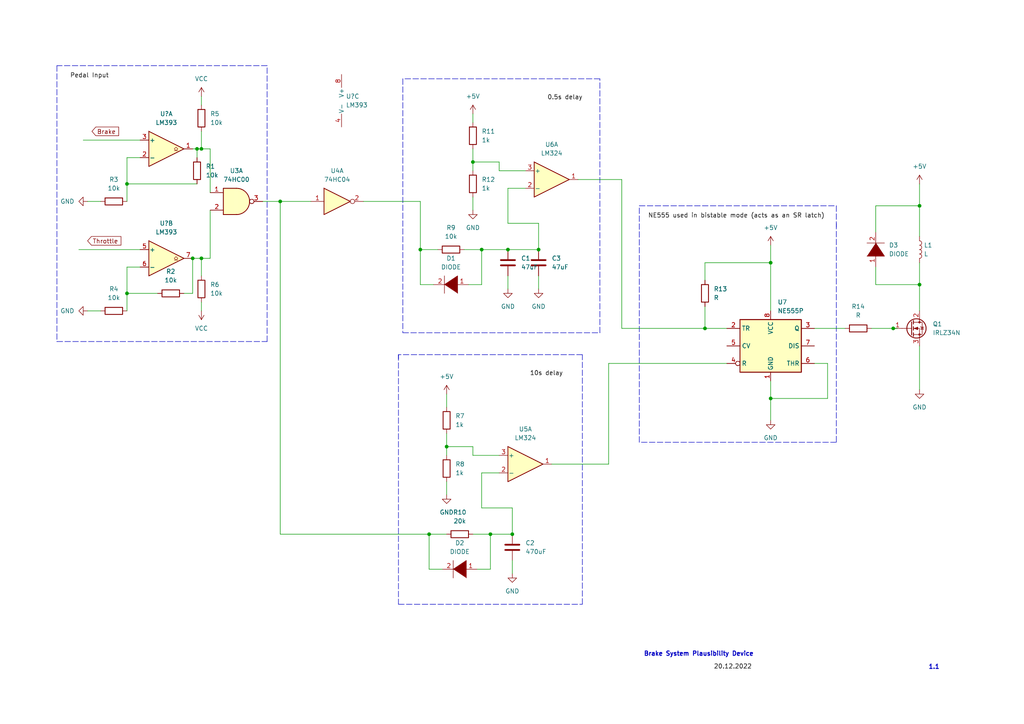
<source format=kicad_sch>
(kicad_sch (version 20211123) (generator eeschema)
  (paper "A4")
  (lib_symbols
    (symbol "74xx:74HC00" (pin_names (offset 1.016))
      (property "Reference" "U" (at 0 1.27 0))
      (property "Value" "74HC00" (at 0 -1.27 0))
      (symbol "74HC00_1_1"
        (arc (start 0 -3.81) (mid 3.81 0) (end 0 3.81) (stroke (width 0.254)) (fill (type background)))
        (polyline (pts (xy 0 3.81) (xy -3.81 3.81) (xy -3.81 -3.81) (xy 0 -3.81)) (stroke (width 0.254)) (fill (type background)))
        (pin input line (at -7.62 2.54 0) (length 3.81) (name "~") (number "1"))
        (pin input line (at -7.62 -2.54 0) (length 3.81) (name "~") (number "2"))
        (pin output inverted (at 7.62 0 180) (length 3.81) (name "~") (number "3"))
      )
      (symbol "74HC00_1_2"
        (arc (start -3.81 -3.81) (mid -2.589 0) (end -3.81 3.81) (stroke (width 0.254)))
        (arc (start -0.6096 -3.81) (mid 2.1842 -2.5851) (end 3.81 0) (stroke (width 0.254)) (fill (type background)))
        (polyline (pts (xy -3.81 -3.81) (xy -0.635 -3.81)) (stroke (width 0.254)) (fill (type background)))
        (polyline (pts (xy -3.81 3.81) (xy -0.635 3.81)) (stroke (width 0.254)) (fill (type background)))
        (polyline (pts (xy -0.635 3.81) (xy -3.81 3.81) (xy -3.81 3.81) (xy -3.556 3.4036) (xy -3.0226 2.2606) (xy -2.6924 1.0414) (xy -2.6162 -0.254) (xy -2.7686 -1.4986) (xy -3.175 -2.7178) (xy -3.81 -3.81) (xy -3.81 -3.81) (xy -0.635 -3.81)) (stroke (width -25.4)) (fill (type background)))
        (arc (start 3.81 0) (mid 2.1915 2.5936) (end -0.6096 3.81) (stroke (width 0.254)) (fill (type background)))
        (pin input inverted (at -7.62 2.54 0) (length 4.318) (name "~") (number "1"))
        (pin input inverted (at -7.62 -2.54 0) (length 4.318) (name "~") (number "2"))
        (pin output line (at 7.62 0 180) (length 3.81) (name "~") (number "3"))
      )
      (symbol "74HC00_2_1"
        (arc (start 0 -3.81) (mid 3.81 0) (end 0 3.81) (stroke (width 0.254)) (fill (type background)))
        (polyline (pts (xy 0 3.81) (xy -3.81 3.81) (xy -3.81 -3.81) (xy 0 -3.81)) (stroke (width 0.254)) (fill (type background)))
        (pin input line (at -7.62 2.54 0) (length 3.81) (name "~") (number "4"))
        (pin input line (at -7.62 -2.54 0) (length 3.81) (name "~") (number "5"))
        (pin output inverted (at 7.62 0 180) (length 3.81) (name "~") (number "6"))
      )
      (symbol "74HC00_2_2"
        (arc (start -3.81 -3.81) (mid -2.589 0) (end -3.81 3.81) (stroke (width 0.254)))
        (arc (start -0.6096 -3.81) (mid 2.1842 -2.5851) (end 3.81 0) (stroke (width 0.254)) (fill (type background)))
        (polyline (pts (xy -3.81 -3.81) (xy -0.635 -3.81)) (stroke (width 0.254)) (fill (type background)))
        (polyline (pts (xy -3.81 3.81) (xy -0.635 3.81)) (stroke (width 0.254)) (fill (type background)))
        (polyline (pts (xy -0.635 3.81) (xy -3.81 3.81) (xy -3.81 3.81) (xy -3.556 3.4036) (xy -3.0226 2.2606) (xy -2.6924 1.0414) (xy -2.6162 -0.254) (xy -2.7686 -1.4986) (xy -3.175 -2.7178) (xy -3.81 -3.81) (xy -3.81 -3.81) (xy -0.635 -3.81)) (stroke (width -25.4)) (fill (type background)))
        (arc (start 3.81 0) (mid 2.1915 2.5936) (end -0.6096 3.81) (stroke (width 0.254)) (fill (type background)))
        (pin input inverted (at -7.62 2.54 0) (length 4.318) (name "~") (number "4"))
        (pin input inverted (at -7.62 -2.54 0) (length 4.318) (name "~") (number "5"))
        (pin output line (at 7.62 0 180) (length 3.81) (name "~") (number "6"))
      )
      (symbol "74HC00_3_1"
        (arc (start 0 -3.81) (mid 3.81 0) (end 0 3.81) (stroke (width 0.254)) (fill (type background)))
        (polyline (pts (xy 0 3.81) (xy -3.81 3.81) (xy -3.81 -3.81) (xy 0 -3.81)) (stroke (width 0.254)) (fill (type background)))
        (pin input line (at -7.62 -2.54 0) (length 3.81) (name "~") (number "10"))
        (pin output inverted (at 7.62 0 180) (length 3.81) (name "~") (number "8"))
        (pin input line (at -7.62 2.54 0) (length 3.81) (name "~") (number "9"))
      )
      (symbol "74HC00_3_2"
        (arc (start -3.81 -3.81) (mid -2.589 0) (end -3.81 3.81) (stroke (width 0.254)))
        (arc (start -0.6096 -3.81) (mid 2.1842 -2.5851) (end 3.81 0) (stroke (width 0.254)) (fill (type background)))
        (polyline (pts (xy -3.81 -3.81) (xy -0.635 -3.81)) (stroke (width 0.254)) (fill (type background)))
        (polyline (pts (xy -3.81 3.81) (xy -0.635 3.81)) (stroke (width 0.254)) (fill (type background)))
        (polyline (pts (xy -0.635 3.81) (xy -3.81 3.81) (xy -3.81 3.81) (xy -3.556 3.4036) (xy -3.0226 2.2606) (xy -2.6924 1.0414) (xy -2.6162 -0.254) (xy -2.7686 -1.4986) (xy -3.175 -2.7178) (xy -3.81 -3.81) (xy -3.81 -3.81) (xy -0.635 -3.81)) (stroke (width -25.4)) (fill (type background)))
        (arc (start 3.81 0) (mid 2.1915 2.5936) (end -0.6096 3.81) (stroke (width 0.254)) (fill (type background)))
        (pin input inverted (at -7.62 -2.54 0) (length 4.318) (name "~") (number "10"))
        (pin output line (at 7.62 0 180) (length 3.81) (name "~") (number "8"))
        (pin input inverted (at -7.62 2.54 0) (length 4.318) (name "~") (number "9"))
      )
      (symbol "74HC00_4_1"
        (arc (start 0 -3.81) (mid 3.81 0) (end 0 3.81) (stroke (width 0.254)) (fill (type background)))
        (polyline (pts (xy 0 3.81) (xy -3.81 3.81) (xy -3.81 -3.81) (xy 0 -3.81)) (stroke (width 0.254)) (fill (type background)))
        (pin output inverted (at 7.62 0 180) (length 3.81) (name "~") (number "11"))
        (pin input line (at -7.62 2.54 0) (length 3.81) (name "~") (number "12"))
        (pin input line (at -7.62 -2.54 0) (length 3.81) (name "~") (number "13"))
      )
      (symbol "74HC00_4_2"
        (arc (start -3.81 -3.81) (mid -2.589 0) (end -3.81 3.81) (stroke (width 0.254)))
        (arc (start -0.6096 -3.81) (mid 2.1842 -2.5851) (end 3.81 0) (stroke (width 0.254)) (fill (type background)))
        (polyline (pts (xy -3.81 -3.81) (xy -0.635 -3.81)) (stroke (width 0.254)) (fill (type background)))
        (polyline (pts (xy -3.81 3.81) (xy -0.635 3.81)) (stroke (width 0.254)) (fill (type background)))
        (polyline (pts (xy -0.635 3.81) (xy -3.81 3.81) (xy -3.81 3.81) (xy -3.556 3.4036) (xy -3.0226 2.2606) (xy -2.6924 1.0414) (xy -2.6162 -0.254) (xy -2.7686 -1.4986) (xy -3.175 -2.7178) (xy -3.81 -3.81) (xy -3.81 -3.81) (xy -0.635 -3.81)) (stroke (width -25.4)) (fill (type background)))
        (arc (start 3.81 0) (mid 2.1915 2.5936) (end -0.6096 3.81) (stroke (width 0.254)) (fill (type background)))
        (pin output line (at 7.62 0 180) (length 3.81) (name "~") (number "11"))
        (pin input inverted (at -7.62 2.54 0) (length 4.318) (name "~") (number "12"))
        (pin input inverted (at -7.62 -2.54 0) (length 4.318) (name "~") (number "13"))
      )
      (symbol "74HC00_5_0"
        (pin power_in line (at 0 12.7 270) (length 5.08) (name "VCC") (number "14"))
        (pin power_in line (at 0 -12.7 90) (length 5.08) (name "GND") (number "7"))
      )
      (symbol "74HC00_5_1"
        (rectangle (start -5.08 7.62) (end 5.08 -7.62) (stroke (width 0.254)) (fill (type background)))
      )
    )
    (symbol "74xx:74HC04"
      (property "Reference" "U" (at 0 1.27 0))
      (property "Value" "74HC04" (at 0 -1.27 0))
      (symbol "74HC04_1_0"
        (polyline (pts (xy -3.81 3.81) (xy -3.81 -3.81) (xy 3.81 0) (xy -3.81 3.81)) (stroke (width 0.254)) (fill (type background)))
        (pin input line (at -7.62 0 0) (length 3.81) (name "~") (number "1"))
        (pin output inverted (at 7.62 0 180) (length 3.81) (name "~") (number "2"))
      )
      (symbol "74HC04_2_0"
        (polyline (pts (xy -3.81 3.81) (xy -3.81 -3.81) (xy 3.81 0) (xy -3.81 3.81)) (stroke (width 0.254)) (fill (type background)))
        (pin input line (at -7.62 0 0) (length 3.81) (name "~") (number "3"))
        (pin output inverted (at 7.62 0 180) (length 3.81) (name "~") (number "4"))
      )
      (symbol "74HC04_3_0"
        (polyline (pts (xy -3.81 3.81) (xy -3.81 -3.81) (xy 3.81 0) (xy -3.81 3.81)) (stroke (width 0.254)) (fill (type background)))
        (pin input line (at -7.62 0 0) (length 3.81) (name "~") (number "5"))
        (pin output inverted (at 7.62 0 180) (length 3.81) (name "~") (number "6"))
      )
      (symbol "74HC04_4_0"
        (polyline (pts (xy -3.81 3.81) (xy -3.81 -3.81) (xy 3.81 0) (xy -3.81 3.81)) (stroke (width 0.254)) (fill (type background)))
        (pin output inverted (at 7.62 0 180) (length 3.81) (name "~") (number "8"))
        (pin input line (at -7.62 0 0) (length 3.81) (name "~") (number "9"))
      )
      (symbol "74HC04_5_0"
        (polyline (pts (xy -3.81 3.81) (xy -3.81 -3.81) (xy 3.81 0) (xy -3.81 3.81)) (stroke (width 0.254)) (fill (type background)))
        (pin output inverted (at 7.62 0 180) (length 3.81) (name "~") (number "10"))
        (pin input line (at -7.62 0 0) (length 3.81) (name "~") (number "11"))
      )
      (symbol "74HC04_6_0"
        (polyline (pts (xy -3.81 3.81) (xy -3.81 -3.81) (xy 3.81 0) (xy -3.81 3.81)) (stroke (width 0.254)) (fill (type background)))
        (pin output inverted (at 7.62 0 180) (length 3.81) (name "~") (number "12"))
        (pin input line (at -7.62 0 0) (length 3.81) (name "~") (number "13"))
      )
      (symbol "74HC04_7_0"
        (pin power_in line (at 0 12.7 270) (length 5.08) (name "VCC") (number "14"))
        (pin power_in line (at 0 -12.7 90) (length 5.08) (name "GND") (number "7"))
      )
      (symbol "74HC04_7_1"
        (rectangle (start -5.08 7.62) (end 5.08 -7.62) (stroke (width 0.254)) (fill (type background)))
      )
    )
    (symbol "Amplifier_Operational:LM324" (pin_names (offset 0.127))
      (property "Reference" "U" (at 0 5.08 0))
      (property "Value" "LM324" (at 0 -5.08 0))
      (symbol "LM324_1_1"
        (polyline (pts (xy -5.08 5.08) (xy 5.08 0) (xy -5.08 -5.08) (xy -5.08 5.08)) (stroke (width 0.254)) (fill (type background)))
        (pin output line (at 7.62 0 180) (length 2.54) (name "~") (number "1"))
        (pin input line (at -7.62 -2.54 0) (length 2.54) (name "-") (number "2"))
        (pin input line (at -7.62 2.54 0) (length 2.54) (name "+") (number "3"))
      )
      (symbol "LM324_2_1"
        (polyline (pts (xy -5.08 5.08) (xy 5.08 0) (xy -5.08 -5.08) (xy -5.08 5.08)) (stroke (width 0.254)) (fill (type background)))
        (pin input line (at -7.62 2.54 0) (length 2.54) (name "+") (number "5"))
        (pin input line (at -7.62 -2.54 0) (length 2.54) (name "-") (number "6"))
        (pin output line (at 7.62 0 180) (length 2.54) (name "~") (number "7"))
      )
      (symbol "LM324_3_1"
        (polyline (pts (xy -5.08 5.08) (xy 5.08 0) (xy -5.08 -5.08) (xy -5.08 5.08)) (stroke (width 0.254)) (fill (type background)))
        (pin input line (at -7.62 2.54 0) (length 2.54) (name "+") (number "10"))
        (pin output line (at 7.62 0 180) (length 2.54) (name "~") (number "8"))
        (pin input line (at -7.62 -2.54 0) (length 2.54) (name "-") (number "9"))
      )
      (symbol "LM324_4_1"
        (polyline (pts (xy -5.08 5.08) (xy 5.08 0) (xy -5.08 -5.08) (xy -5.08 5.08)) (stroke (width 0.254)) (fill (type background)))
        (pin input line (at -7.62 2.54 0) (length 2.54) (name "+") (number "12"))
        (pin input line (at -7.62 -2.54 0) (length 2.54) (name "-") (number "13"))
        (pin output line (at 7.62 0 180) (length 2.54) (name "~") (number "14"))
      )
      (symbol "LM324_5_1"
        (pin power_in line (at -2.54 -7.62 90) (length 3.81) (name "V-") (number "11"))
        (pin power_in line (at -2.54 7.62 270) (length 3.81) (name "V+") (number "4"))
      )
    )
    (symbol "Comparator:LM393" (pin_names (offset 0.127))
      (property "Reference" "U" (at 3.81 3.81 0))
      (property "Value" "LM393" (at 6.35 -3.81 0))
      (symbol "LM393_1_1"
        (polyline (pts (xy -5.08 5.08) (xy 5.08 0) (xy -5.08 -5.08) (xy -5.08 5.08)) (stroke (width 0.254)) (fill (type background)))
        (polyline (pts (xy 3.302 -0.508) (xy 2.794 -0.508) (xy 3.302 0) (xy 2.794 0.508) (xy 2.286 0) (xy 2.794 -0.508) (xy 2.286 -0.508)) (stroke (width 0.127)))
        (pin open_collector line (at 7.62 0 180) (length 2.54) (name "~") (number "1"))
        (pin input line (at -7.62 -2.54 0) (length 2.54) (name "-") (number "2"))
        (pin input line (at -7.62 2.54 0) (length 2.54) (name "+") (number "3"))
      )
      (symbol "LM393_2_1"
        (polyline (pts (xy -5.08 5.08) (xy 5.08 0) (xy -5.08 -5.08) (xy -5.08 5.08)) (stroke (width 0.254)) (fill (type background)))
        (polyline (pts (xy 3.302 -0.508) (xy 2.794 -0.508) (xy 3.302 0) (xy 2.794 0.508) (xy 2.286 0) (xy 2.794 -0.508) (xy 2.286 -0.508)) (stroke (width 0.127)))
        (pin input line (at -7.62 2.54 0) (length 2.54) (name "+") (number "5"))
        (pin input line (at -7.62 -2.54 0) (length 2.54) (name "-") (number "6"))
        (pin open_collector line (at 7.62 0 180) (length 2.54) (name "~") (number "7"))
      )
      (symbol "LM393_3_1"
        (pin power_in line (at -2.54 -7.62 90) (length 3.81) (name "V-") (number "4"))
        (pin power_in line (at -2.54 7.62 270) (length 3.81) (name "V+") (number "8"))
      )
    )
    (symbol "Device:C" (pin_numbers hide) (pin_names (offset 0.254))
      (property "Reference" "C" (at 0.635 2.54 0))
      (property "Value" "C" (at 0.635 -2.54 0))
      (symbol "C_0_1"
        (polyline (pts (xy -2.032 -0.762) (xy 2.032 -0.762)) (stroke (width 0.508)))
        (polyline (pts (xy -2.032 0.762) (xy 2.032 0.762)) (stroke (width 0.508)))
      )
      (symbol "C_1_1"
        (pin passive line (at 0 3.81 270) (length 2.794) (name "~") (number "1"))
        (pin passive line (at 0 -3.81 90) (length 2.794) (name "~") (number "2"))
      )
    )
    (symbol "Device:L" (pin_numbers hide) (pin_names (offset 1.016) hide)
      (property "Reference" "L" (at -1.27 0 90))
      (property "Value" "L" (at 1.905 0 90))
      (symbol "L_0_1"
        (arc (start 0 -2.54) (mid 0.635 -1.905) (end 0 -1.27))
        (arc (start 0 -1.27) (mid 0.635 -0.635) (end 0 0))
        (arc (start 0 0) (mid 0.635 0.635) (end 0 1.27))
        (arc (start 0 1.27) (mid 0.635 1.905) (end 0 2.54))
      )
      (symbol "L_1_1"
        (pin passive line (at 0 3.81 270) (length 1.27) (name "1") (number "1"))
        (pin passive line (at 0 -3.81 90) (length 1.27) (name "2") (number "2"))
      )
    )
    (symbol "Device:R" (pin_numbers hide) (pin_names (offset 0))
      (property "Reference" "R" (at 2.032 0 90))
      (property "Value" "R" (at 0 0 90))
      (symbol "R_0_1"
        (rectangle (start -1.016 -2.54) (end 1.016 2.54) (stroke (width 0.254)))
      )
      (symbol "R_1_1"
        (pin passive line (at 0 3.81 270) (length 1.27) (name "~") (number "1"))
        (pin passive line (at 0 -3.81 90) (length 1.27) (name "~") (number "2"))
      )
    )
    (symbol "Timer:NE555P"
      (property "Reference" "U" (at -10.16 8.89 0))
      (property "Value" "NE555P" (at 2.54 8.89 0))
      (symbol "NE555P_0_0"
        (pin power_in line (at 0 -10.16 90) (length 2.54) (name "GND") (number "1"))
        (pin power_in line (at 0 10.16 270) (length 2.54) (name "VCC") (number "8"))
      )
      (symbol "NE555P_0_1"
        (rectangle (start -8.89 -7.62) (end 8.89 7.62) (stroke (width 0.254)) (fill (type background)))
        (rectangle (start -8.89 -7.62) (end 8.89 7.62) (stroke (width 0.254)) (fill (type background)))
      )
      (symbol "NE555P_1_1"
        (pin input line (at -12.7 5.08 0) (length 3.81) (name "TR") (number "2"))
        (pin output line (at 12.7 5.08 180) (length 3.81) (name "Q") (number "3"))
        (pin input inverted (at -12.7 -5.08 0) (length 3.81) (name "R") (number "4"))
        (pin input line (at -12.7 0 0) (length 3.81) (name "CV") (number "5"))
        (pin input line (at 12.7 -5.08 180) (length 3.81) (name "THR") (number "6"))
        (pin input line (at 12.7 0 180) (length 3.81) (name "DIS") (number "7"))
      )
    )
    (symbol "Transistor_FET:IRLZ34N" (pin_names hide)
      (property "Reference" "Q" (at 6.35 1.905 0))
      (property "Value" "IRLZ34N" (at 6.35 0 0))
      (symbol "IRLZ34N_0_1"
        (polyline (pts (xy 0.254 0) (xy -2.54 0)))
        (polyline (pts (xy 0.254 1.905) (xy 0.254 -1.905)) (stroke (width 0.254)))
        (polyline (pts (xy 0.762 -1.27) (xy 0.762 -2.286)) (stroke (width 0.254)))
        (polyline (pts (xy 0.762 0.508) (xy 0.762 -0.508)) (stroke (width 0.254)))
        (polyline (pts (xy 0.762 2.286) (xy 0.762 1.27)) (stroke (width 0.254)))
        (polyline (pts (xy 2.54 2.54) (xy 2.54 1.778)))
        (polyline (pts (xy 2.54 -2.54) (xy 2.54 0) (xy 0.762 0)))
        (polyline (pts (xy 0.762 -1.778) (xy 3.302 -1.778) (xy 3.302 1.778) (xy 0.762 1.778)))
        (polyline (pts (xy 1.016 0) (xy 2.032 0.381) (xy 2.032 -0.381) (xy 1.016 0)) (fill (type outline)))
        (polyline (pts (xy 2.794 0.508) (xy 2.921 0.381) (xy 3.683 0.381) (xy 3.81 0.254)))
        (polyline (pts (xy 3.302 0.381) (xy 2.921 -0.254) (xy 3.683 -0.254) (xy 3.302 0.381)))
        (circle (center 1.651 0) (radius 2.794) (stroke (width 0.254)))
        (circle (center 2.54 -1.778) (radius 0.254) (fill (type outline)))
        (circle (center 2.54 1.778) (radius 0.254) (fill (type outline)))
      )
      (symbol "IRLZ34N_1_1"
        (pin input line (at -5.08 0 0) (length 2.54) (name "G") (number "1"))
        (pin passive line (at 2.54 5.08 270) (length 2.54) (name "D") (number "2"))
        (pin passive line (at 2.54 -5.08 90) (length 2.54) (name "S") (number "3"))
      )
    )
    (symbol "power:+5V" (power) (pin_names (offset 0))
      (property "Value" "+5V" (at 0 3.556 0))
      (symbol "+5V_0_1"
        (polyline (pts (xy -0.762 1.27) (xy 0 2.54)))
        (polyline (pts (xy 0 0) (xy 0 2.54)))
        (polyline (pts (xy 0 2.54) (xy 0.762 1.27)))
      )
      (symbol "+5V_1_1"
        (pin power_in line (at 0 0 90) (length 0) hide (name "+5V") (number "1"))
      )
    )
    (symbol "power:GND" (power) (pin_names (offset 0))
      (property "Value" "GND" (at 0 -3.81 0))
      (symbol "GND_0_1"
        (polyline (pts (xy 0 0) (xy 0 -1.27) (xy 1.27 -1.27) (xy 0 -2.54) (xy -1.27 -1.27) (xy 0 -1.27)))
      )
      (symbol "GND_1_1"
        (pin power_in line (at 0 0 270) (length 0) hide (name "GND") (number "1"))
      )
    )
    (symbol "power:VCC" (power) (pin_names (offset 0))
      (property "Value" "VCC" (at 0 3.81 0))
      (symbol "VCC_0_1"
        (polyline (pts (xy -0.762 1.27) (xy 0 2.54)))
        (polyline (pts (xy 0 0) (xy 0 2.54)))
        (polyline (pts (xy 0 2.54) (xy 0.762 1.27)))
      )
      (symbol "VCC_1_1"
        (pin power_in line (at 0 0 90) (length 0) hide (name "VCC") (number "1"))
      )
    )
    (symbol "pspice:DIODE" (pin_names (offset 1.016) hide)
      (property "Reference" "D" (at 0 3.81 0))
      (property "Value" "DIODE" (at 0 -4.445 0))
      (symbol "DIODE_0_1"
        (polyline (pts (xy 1.905 2.54) (xy 1.905 -2.54)))
        (polyline (pts (xy -1.905 2.54) (xy -1.905 -2.54) (xy 1.905 0)) (fill (type outline)))
      )
      (symbol "DIODE_1_1"
        (pin input line (at -5.08 0 0) (length 3.81) (name "K") (number "1"))
        (pin input line (at 5.08 0 180) (length 3.81) (name "A") (number "2"))
      )
    )
  )
  (junction (at 259.08 95.25))
  (junction (at 57.15 43.18))
  (junction (at 36.83 53.34))
  (junction (at 147.32 72.39))
  (junction (at 148.59 154.94))
  (junction (at 156.21 72.39))
  (junction (at 121.92 72.39))
  (junction (at 58.42 74.93))
  (junction (at 129.54 129.54))
  (junction (at 266.7 59.69))
  (junction (at 55.88 74.93))
  (junction (at 36.83 85.09))
  (junction (at 81.28 58.42))
  (junction (at 142.24 154.94))
  (junction (at 124.46 154.94))
  (junction (at 58.42 43.18))
  (junction (at 223.52 115.57))
  (junction (at 223.52 76.2))
  (junction (at 204.47 95.25))
  (junction (at 139.7 72.39))
  (junction (at 266.7 82.55))
  (junction (at 137.16 46.99))
  (wire (pts (xy 148.59 147.32) (xy 139.7 147.32)))
  (wire (pts (xy 266.7 59.69) (xy 266.7 68.58)))
  (wire (pts (xy 29.21 58.42) (xy 25.4 58.42)))
  (polyline (pts (xy 77.47 19.05) (xy 16.51 19.05)))
  (wire (pts (xy 259.08 95.25) (xy 260.35 95.25)))
  (wire (pts (xy 137.16 46.99) (xy 144.78 46.99)))
  (polyline (pts (xy 168.91 102.87) (xy 115.57 102.87)))
  (wire (pts (xy 128.27 165.1) (xy 124.46 165.1)))
  (wire (pts (xy 180.34 95.25) (xy 180.34 52.07)))
  (wire (pts (xy 57.15 43.18) (xy 57.15 45.72)))
  (wire (pts (xy 176.53 134.62) (xy 160.02 134.62)))
  (wire (pts (xy 36.83 45.72) (xy 40.64 45.72)))
  (wire (pts (xy 125.73 82.55) (xy 121.92 82.55)))
  (wire (pts (xy 148.59 154.94) (xy 148.59 147.32)))
  (wire (pts (xy 58.42 74.93) (xy 58.42 80.01)))
  (polyline (pts (xy 185.42 59.69) (xy 242.57 59.69)))
  (wire (pts (xy 223.52 76.2) (xy 204.47 76.2)))
  (polyline (pts (xy 115.57 102.87) (xy 115.57 175.26)))
  (polyline (pts (xy 116.84 22.86) (xy 116.84 96.52)))
  (polyline (pts (xy 185.42 128.27) (xy 185.42 59.69)))
  (wire (pts (xy 252.73 95.25) (xy 259.08 95.25)))
  (wire (pts (xy 147.32 64.77) (xy 147.32 54.61)))
  (wire (pts (xy 204.47 95.25) (xy 180.34 95.25)))
  (wire (pts (xy 223.52 115.57) (xy 240.03 115.57)))
  (polyline (pts (xy 242.57 64.77) (xy 242.57 128.27)))
  (wire (pts (xy 137.16 46.99) (xy 137.16 49.53)))
  (wire (pts (xy 137.16 43.18) (xy 137.16 46.99)))
  (polyline (pts (xy 116.84 96.52) (xy 173.99 96.52)))
  (wire (pts (xy 60.96 43.18) (xy 60.96 55.88)))
  (wire (pts (xy 24.13 40.64) (xy 40.64 40.64)))
  (polyline (pts (xy 16.51 19.05) (xy 16.51 99.06)))
  (wire (pts (xy 139.7 72.39) (xy 139.7 82.55)))
  (wire (pts (xy 124.46 165.1) (xy 124.46 154.94)))
  (wire (pts (xy 223.52 90.17) (xy 223.52 76.2)))
  (wire (pts (xy 129.54 114.3) (xy 129.54 118.11)))
  (wire (pts (xy 129.54 129.54) (xy 129.54 132.08)))
  (wire (pts (xy 81.28 154.94) (xy 81.28 58.42)))
  (wire (pts (xy 129.54 125.73) (xy 129.54 129.54)))
  (wire (pts (xy 36.83 77.47) (xy 40.64 77.47)))
  (wire (pts (xy 58.42 90.17) (xy 58.42 87.63)))
  (wire (pts (xy 139.7 137.16) (xy 144.78 137.16)))
  (wire (pts (xy 139.7 72.39) (xy 147.32 72.39)))
  (wire (pts (xy 36.83 53.34) (xy 36.83 58.42)))
  (wire (pts (xy 142.24 154.94) (xy 142.24 165.1)))
  (wire (pts (xy 60.96 60.96) (xy 60.96 74.93)))
  (wire (pts (xy 55.88 74.93) (xy 58.42 74.93)))
  (wire (pts (xy 210.82 105.41) (xy 176.53 105.41)))
  (wire (pts (xy 254 77.47) (xy 254 82.55)))
  (wire (pts (xy 156.21 72.39) (xy 156.21 64.77)))
  (wire (pts (xy 105.41 58.42) (xy 121.92 58.42)))
  (polyline (pts (xy 115.57 102.87) (xy 115.57 104.14)))
  (wire (pts (xy 266.7 82.55) (xy 266.7 90.17)))
  (wire (pts (xy 29.21 90.17) (xy 25.4 90.17)))
  (wire (pts (xy 266.7 59.69) (xy 254 59.69)))
  (wire (pts (xy 156.21 80.01) (xy 156.21 83.82)))
  (wire (pts (xy 137.16 154.94) (xy 142.24 154.94)))
  (wire (pts (xy 129.54 139.7) (xy 129.54 143.51)))
  (wire (pts (xy 156.21 64.77) (xy 147.32 64.77)))
  (polyline (pts (xy 115.57 175.26) (xy 168.91 175.26)))
  (wire (pts (xy 139.7 82.55) (xy 135.89 82.55)))
  (wire (pts (xy 121.92 58.42) (xy 121.92 72.39)))
  (wire (pts (xy 53.34 85.09) (xy 55.88 85.09)))
  (wire (pts (xy 137.16 33.02) (xy 137.16 35.56)))
  (wire (pts (xy 223.52 115.57) (xy 223.52 121.92)))
  (wire (pts (xy 124.46 154.94) (xy 129.54 154.94)))
  (polyline (pts (xy 242.57 128.27) (xy 185.42 128.27)))
  (wire (pts (xy 139.7 147.32) (xy 139.7 137.16)))
  (polyline (pts (xy 173.99 22.86) (xy 116.84 22.86)))
  (wire (pts (xy 58.42 38.1) (xy 58.42 43.18)))
  (wire (pts (xy 144.78 46.99) (xy 144.78 49.53)))
  (wire (pts (xy 147.32 54.61) (xy 152.4 54.61)))
  (wire (pts (xy 57.15 53.34) (xy 36.83 53.34)))
  (wire (pts (xy 137.16 57.15) (xy 137.16 60.96)))
  (wire (pts (xy 204.47 95.25) (xy 204.47 88.9)))
  (wire (pts (xy 58.42 27.94) (xy 58.42 30.48)))
  (wire (pts (xy 129.54 129.54) (xy 137.16 129.54)))
  (wire (pts (xy 204.47 76.2) (xy 204.47 81.28)))
  (wire (pts (xy 144.78 49.53) (xy 152.4 49.53)))
  (wire (pts (xy 81.28 154.94) (xy 124.46 154.94)))
  (wire (pts (xy 148.59 162.56) (xy 148.59 166.37)))
  (wire (pts (xy 137.16 132.08) (xy 144.78 132.08)))
  (wire (pts (xy 223.52 71.12) (xy 223.52 76.2)))
  (wire (pts (xy 147.32 72.39) (xy 156.21 72.39)))
  (wire (pts (xy 121.92 82.55) (xy 121.92 72.39)))
  (wire (pts (xy 180.34 52.07) (xy 167.64 52.07)))
  (wire (pts (xy 240.03 115.57) (xy 240.03 105.41)))
  (wire (pts (xy 22.86 72.39) (xy 40.64 72.39)))
  (wire (pts (xy 254 82.55) (xy 266.7 82.55)))
  (polyline (pts (xy 173.99 96.52) (xy 173.99 22.86)))
  (wire (pts (xy 36.83 53.34) (xy 36.83 45.72)))
  (wire (pts (xy 147.32 80.01) (xy 147.32 83.82)))
  (wire (pts (xy 266.7 100.33) (xy 266.7 113.03)))
  (wire (pts (xy 254 59.69) (xy 254 67.31)))
  (wire (pts (xy 266.7 76.2) (xy 266.7 82.55)))
  (wire (pts (xy 55.88 43.18) (xy 57.15 43.18)))
  (wire (pts (xy 266.7 53.34) (xy 266.7 59.69)))
  (polyline (pts (xy 77.47 99.06) (xy 77.47 19.05)))
  (wire (pts (xy 57.15 43.18) (xy 58.42 43.18)))
  (wire (pts (xy 55.88 85.09) (xy 55.88 74.93)))
  (wire (pts (xy 223.52 110.49) (xy 223.52 115.57)))
  (wire (pts (xy 134.62 72.39) (xy 139.7 72.39)))
  (wire (pts (xy 236.22 95.25) (xy 245.11 95.25)))
  (wire (pts (xy 58.42 74.93) (xy 60.96 74.93)))
  (wire (pts (xy 142.24 165.1) (xy 138.43 165.1)))
  (wire (pts (xy 240.03 105.41) (xy 236.22 105.41)))
  (wire (pts (xy 176.53 105.41) (xy 176.53 134.62)))
  (wire (pts (xy 81.28 58.42) (xy 90.17 58.42)))
  (wire (pts (xy 142.24 154.94) (xy 148.59 154.94)))
  (wire (pts (xy 36.83 85.09) (xy 36.83 77.47)))
  (wire (pts (xy 137.16 129.54) (xy 137.16 132.08)))
  (wire (pts (xy 36.83 85.09) (xy 36.83 90.17)))
  (wire (pts (xy 45.72 85.09) (xy 36.83 85.09)))
  (wire (pts (xy 76.2 58.42) (xy 81.28 58.42)))
  (wire (pts (xy 58.42 43.18) (xy 60.96 43.18)))
  (polyline (pts (xy 242.57 59.69) (xy 242.57 66.04)))
  (wire (pts (xy 121.92 72.39) (xy 127 72.39)))
  (polyline (pts (xy 168.91 175.26) (xy 168.91 102.87)))
  (polyline (pts (xy 16.51 99.06) (xy 77.47 99.06)))
  (wire (pts (xy 210.82 95.25) (xy 204.47 95.25)))
  (text "Brake System Plausibility Device" (at 186.69 190.5 0) (effects (font (size 1.27 1.27) (thickness 0.254) bold) (justify left bottom)))
  (text "1.1" (at 269.24 194.31 0) (effects (font (size 1.27 1.27) bold) (justify left bottom)))
  (label "NE555 used in bistable mode (acts as an SR latch)" (at 187.96 63.5 0))
  (label "0.5s delay" (at 158.75 29.21 0))
  (label "Pedal Input" (at 20.32 22.86 0))
  (label "10s delay" (at 153.67 109.22 0))
  (label "20.12.2022" (at 207.01 194.31 0))
  (global_label "Brake" (shape input) (at 26.67 38.1 0) (property "Intersheet References" "${INTERSHEET_REFS}" (effects hide)))
  (global_label "Throttle" (shape input) (at 25.4 69.85 0) (property "Intersheet References" "${INTERSHEET_REFS}" (effects hide)))
  (symbol (lib_id "Device:R") (at 33.02 90.17 270) (unit 1)
    (property "Reference" "R4" (at 33.02 83.82 90))
    (property "Value" "10k" (at 33.02 86.36 90))
  )
  (symbol (lib_id "power:GND") (at 266.7 113.03 0) (unit 1)
    (property "Reference" "#PWR0115" (effects hide))
    (property "Value" "GND" (at 266.7 118.11 0))
  )
  (symbol (lib_id "Device:R") (at 129.54 121.92 0) (unit 1)
    (property "Reference" "R7" (at 132.08 120.6499 0) (effects (justify left)))
    (property "Value" "1k" (at 132.08 123.1899 0) (effects (justify left)))
  )
  (symbol (lib_id "power:GND") (at 25.4 90.17 270) (unit 1)
    (property "Reference" "#PWR0106" (effects hide))
    (property "Value" "GND" (at 21.59 90.1699 90) (effects (justify right)))
  )
  (symbol (lib_id "Transistor_FET:IRLZ34N") (at 264.16 95.25 0) (unit 1)
    (property "Reference" "Q1" (at 270.51 93.9799 0) (effects (justify left)))
    (property "Value" "IRLZ34N" (at 270.51 96.5199 0) (effects (justify left)))
    (property "Footprint" "Package_TO_SOT_THT:TO-220-3_Vertical" (effects hide))
    (property "Datasheet" "http://www.infineon.com/dgdl/irlz34npbf.pdf?fileId=5546d462533600a40153567206892720" (effects hide))
  )
  (symbol (lib_id "power:VCC") (at 58.42 27.94 0) (unit 1)
    (property "Reference" "#PWR0104" (effects hide))
    (property "Value" "VCC" (at 58.42 22.86 0))
  )
  (symbol (lib_id "74xx:74HC00") (at 68.58 58.42 0) (unit 1)
    (property "Reference" "U3" (at 68.58 49.53 0))
    (property "Value" "74HC00" (at 68.58 52.07 0))
    (property "Datasheet" "http://www.ti.com/lit/gpn/sn74hc00" (effects hide))
  )
  (symbol (lib_id "power:+5V") (at 137.16 33.02 0) (unit 1)
    (property "Reference" "#PWR0112" (effects hide))
    (property "Value" "+5V" (at 137.16 27.94 0))
  )
  (symbol (lib_id "Device:C") (at 156.21 76.2 0) (unit 1)
    (property "Reference" "C3" (at 160.02 74.9299 0) (effects (justify left)))
    (property "Value" "47uF" (at 160.02 77.4699 0) (effects (justify left)))
  )
  (symbol (lib_id "Device:R") (at 137.16 53.34 0) (unit 1)
    (property "Reference" "R12" (at 139.7 52.0699 0) (effects (justify left)))
    (property "Value" "1k" (at 139.7 54.6099 0) (effects (justify left)))
  )
  (symbol (lib_id "power:+5V") (at 223.52 71.12 0) (unit 1)
    (property "Reference" "#PWR0102" (effects hide))
    (property "Value" "+5V" (at 223.52 66.04 0))
  )
  (symbol (lib_id "power:GND") (at 223.52 121.92 0) (unit 1)
    (property "Reference" "#PWR0101" (effects hide))
    (property "Value" "GND" (at 223.52 127 0))
  )
  (symbol (lib_id "Comparator:LM393") (at 101.6 29.21 0) (unit 3)
    (property "Reference" "U?" (at 100.33 27.9399 0) (effects (justify left)))
    (property "Value" "LM393" (at 100.33 30.4799 0) (effects (justify left)))
    (property "Datasheet" "http://www.ti.com/lit/ds/symlink/lm393.pdf" (effects hide))
  )
  (symbol (lib_id "pspice:DIODE") (at 254 72.39 90) (unit 1)
    (property "Reference" "D3" (at 257.81 71.1199 90) (effects (justify right)))
    (property "Value" "DIODE" (at 257.81 73.6599 90) (effects (justify right)))
  )
  (symbol (lib_id "power:GND") (at 129.54 143.51 0) (unit 1)
    (property "Reference" "#PWR0108" (effects hide))
    (property "Value" "GND" (at 129.54 148.59 0))
  )
  (symbol (lib_id "Device:C") (at 148.59 158.75 0) (unit 1)
    (property "Reference" "C2" (at 152.4 157.4799 0) (effects (justify left)))
    (property "Value" "470uF" (at 152.4 160.0199 0) (effects (justify left)))
  )
  (symbol (lib_id "Device:R") (at 129.54 135.89 0) (unit 1)
    (property "Reference" "R8" (at 132.08 134.6199 0) (effects (justify left)))
    (property "Value" "1k" (at 132.08 137.1599 0) (effects (justify left)))
  )
  (symbol (lib_id "Device:R") (at 137.16 39.37 0) (unit 1)
    (property "Reference" "R11" (at 139.7 38.0999 0) (effects (justify left)))
    (property "Value" "1k" (at 139.7 40.6399 0) (effects (justify left)))
  )
  (symbol (lib_id "Device:C") (at 147.32 76.2 0) (unit 1)
    (property "Reference" "C1" (at 151.13 74.9299 0) (effects (justify left)))
    (property "Value" "47uF" (at 151.13 77.4699 0) (effects (justify left)))
  )
  (symbol (lib_id "Device:R") (at 204.47 85.09 0) (unit 1)
    (property "Reference" "R13" (at 207.01 83.8199 0) (effects (justify left)))
    (property "Value" "R" (at 207.01 86.3599 0) (effects (justify left)))
  )
  (symbol (lib_id "Device:L") (at 266.7 72.39 0) (unit 1)
    (property "Reference" "L1" (at 267.97 71.1199 0) (effects (justify left)))
    (property "Value" "L" (at 267.97 73.6599 0) (effects (justify left)))
  )
  (symbol (lib_id "pspice:DIODE") (at 133.35 165.1 180) (unit 1)
    (property "Reference" "D2" (at 133.35 157.48 0))
    (property "Value" "DIODE" (at 133.35 160.02 0))
  )
  (symbol (lib_id "power:GND") (at 137.16 60.96 0) (unit 1)
    (property "Reference" "#PWR0113" (effects hide))
    (property "Value" "GND" (at 137.16 66.04 0))
  )
  (symbol (lib_id "Device:R") (at 133.35 154.94 90) (unit 1)
    (property "Reference" "R10" (at 133.35 148.59 90))
    (property "Value" "20k" (at 133.35 151.13 90))
  )
  (symbol (lib_id "74xx:74HC04") (at 97.79 58.42 0) (unit 1)
    (property "Reference" "U4" (at 97.79 49.53 0))
    (property "Value" "74HC04" (at 97.79 52.07 0))
    (property "Datasheet" "https://assets.nexperia.com/documents/data-sheet/74HC_HCT04.pdf" (effects hide))
  )
  (symbol (lib_id "Device:R") (at 130.81 72.39 90) (unit 1)
    (property "Reference" "R9" (at 130.81 66.04 90))
    (property "Value" "10k" (at 130.81 68.58 90))
  )
  (symbol (lib_id "power:VCC") (at 58.42 90.17 180) (unit 1)
    (property "Reference" "#PWR0105" (effects hide))
    (property "Value" "VCC" (at 58.42 95.25 0))
  )
  (symbol (lib_id "Device:R") (at 33.02 58.42 270) (unit 1)
    (property "Reference" "R3" (at 33.02 52.07 90))
    (property "Value" "10k" (at 33.02 54.61 90))
  )
  (symbol (lib_id "power:GND") (at 156.21 83.82 0) (unit 1)
    (property "Reference" "#PWR0110" (effects hide))
    (property "Value" "GND" (at 156.21 88.9 0))
  )
  (symbol (lib_id "pspice:DIODE") (at 130.81 82.55 180) (unit 1)
    (property "Reference" "D1" (at 130.81 74.93 0))
    (property "Value" "DIODE" (at 130.81 77.47 0))
  )
  (symbol (lib_id "power:GND") (at 148.59 166.37 0) (unit 1)
    (property "Reference" "#PWR0114" (effects hide))
    (property "Value" "GND" (at 148.59 171.45 0))
  )
  (symbol (lib_id "Amplifier_Operational:LM324") (at 160.02 52.07 0) (unit 1)
    (property "Reference" "U6" (at 160.02 41.91 0))
    (property "Value" "LM324" (at 160.02 44.45 0))
    (property "Datasheet" "http://www.ti.com/lit/ds/symlink/lm2902-n.pdf" (effects hide))
  )
  (symbol (lib_id "Comparator:LM393") (at 48.26 74.93 0) (unit 2)
    (property "Reference" "U?" (at 48.26 64.77 0))
    (property "Value" "LM393" (at 48.26 67.31 0))
    (property "Datasheet" "http://www.ti.com/lit/ds/symlink/lm393.pdf" (effects hide))
  )
  (symbol (lib_id "Device:R") (at 49.53 85.09 270) (unit 1)
    (property "Reference" "R2" (at 49.53 78.74 90))
    (property "Value" "10k" (at 49.53 81.28 90))
  )
  (symbol (lib_id "power:GND") (at 147.32 83.82 0) (unit 1)
    (property "Reference" "#PWR0111" (effects hide))
    (property "Value" "GND" (at 147.32 88.9 0))
  )
  (symbol (lib_id "power:+5V") (at 129.54 114.3 0) (unit 1)
    (property "Reference" "#PWR0109" (effects hide))
    (property "Value" "+5V" (at 129.54 109.22 0))
  )
  (symbol (lib_id "Device:R") (at 248.92 95.25 90) (unit 1)
    (property "Reference" "R14" (at 248.92 88.9 90))
    (property "Value" "R" (at 248.92 91.44 90))
  )
  (symbol (lib_id "power:GND") (at 25.4 58.42 270) (unit 1)
    (property "Reference" "#PWR0107" (effects hide))
    (property "Value" "GND" (at 21.59 58.4199 90) (effects (justify right)))
  )
  (symbol (lib_id "Timer:NE555P") (at 223.52 100.33 0) (unit 1)
    (property "Reference" "U7" (at 225.5394 87.63 0) (effects (justify left)))
    (property "Value" "NE555P" (at 225.5394 90.17 0) (effects (justify left)))
    (property "Footprint" "Package_DIP:DIP-8_W7.62mm" (effects hide))
    (property "Datasheet" "http://www.ti.com/lit/ds/symlink/ne555.pdf" (effects hide))
  )
  (symbol (lib_id "Comparator:LM393") (at 48.26 43.18 0) (unit 1)
    (property "Reference" "U?" (at 48.26 33.02 0))
    (property "Value" "LM393" (at 48.26 35.56 0))
    (property "Datasheet" "http://www.ti.com/lit/ds/symlink/lm393.pdf" (effects hide))
  )
  (symbol (lib_id "Device:R") (at 57.15 49.53 180) (unit 1)
    (property "Reference" "R1" (at 59.69 48.2599 0) (effects (justify right)))
    (property "Value" "10k" (at 59.69 50.7999 0) (effects (justify right)))
  )
  (symbol (lib_id "power:+5V") (at 266.7 53.34 0) (unit 1)
    (property "Reference" "#PWR0103" (effects hide))
    (property "Value" "+5V" (at 266.7 48.26 0))
  )
  (symbol (lib_id "Amplifier_Operational:LM324") (at 152.4 134.62 0) (unit 1)
    (property "Reference" "U5" (at 152.4 124.46 0))
    (property "Value" "LM324" (at 152.4 127 0))
    (property "Datasheet" "http://www.ti.com/lit/ds/symlink/lm2902-n.pdf" (effects hide))
  )
  (symbol (lib_id "Device:R") (at 58.42 34.29 0) (unit 1)
    (property "Reference" "R5" (at 60.96 33.0199 0) (effects (justify left)))
    (property "Value" "10k" (at 60.96 35.5599 0) (effects (justify left)))
  )
  (symbol (lib_id "Device:R") (at 58.42 83.82 180) (unit 1)
    (property "Reference" "R6" (at 60.96 82.5499 0) (effects (justify right)))
    (property "Value" "10k" (at 60.96 85.0899 0) (effects (justify right)))
  )
)
</source>
